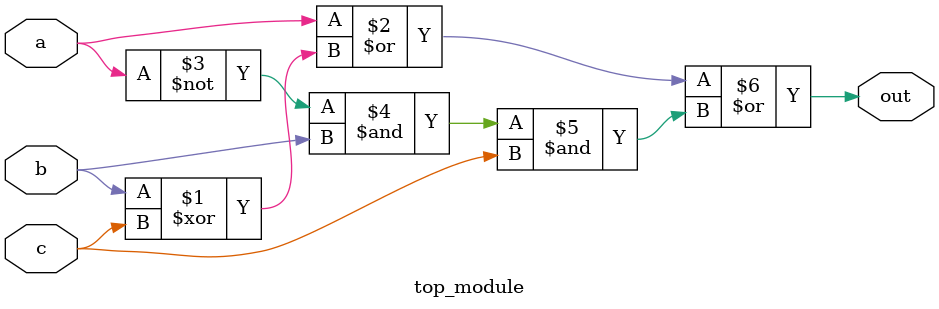
<source format=v>
module top_module(
    input a,
    input b,
    input c,
    output out  ); 
    assign out = a|(b^c)|(~a&b&c);
endmodule

</source>
